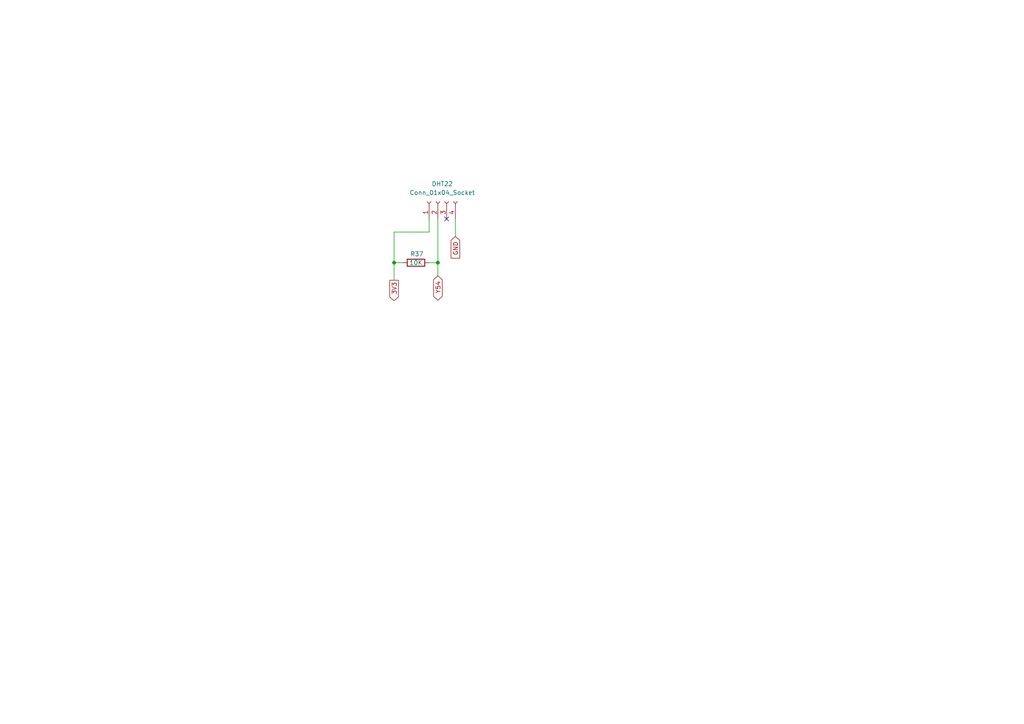
<source format=kicad_sch>
(kicad_sch (version 20231120) (generator "eeschema") (generator_version "8.0")
  (paper "A4")
  (lib_symbols
    (symbol "Connector:Conn_01x04_Socket" (pin_names (offset 1.016) hide)
      (property "Reference" "J" (at 0 5.08 0))
      (property "Value" "Conn_01x04_Socket" (at 0 -7.62 0))
      (symbol "Conn_01x04_Socket_1_1"
        (arc (start 0 -4.572) (mid -0.5058 -5.08) (end 0 -5.588) (stroke (width 0.1524)))
        (arc (start 0 -2.032) (mid -0.5058 -2.54) (end 0 -3.048) (stroke (width 0.1524)))
        (polyline (pts (xy -1.27 -5.08) (xy -0.508 -5.08)) (stroke (width 0.1524)))
        (polyline (pts (xy -1.27 -2.54) (xy -0.508 -2.54)) (stroke (width 0.1524)))
        (polyline (pts (xy -1.27 0) (xy -0.508 0)) (stroke (width 0.1524)))
        (polyline (pts (xy -1.27 2.54) (xy -0.508 2.54)) (stroke (width 0.1524)))
        (arc (start 0 0.508) (mid -0.5058 0) (end 0 -0.508) (stroke (width 0.1524)))
        (arc (start 0 3.048) (mid -0.5058 2.54) (end 0 2.032) (stroke (width 0.1524)))
        (pin passive line (at -5.08 2.54 0) (length 3.81) (name "Pin_1") (number "1"))
        (pin passive line (at -5.08 0 0) (length 3.81) (name "Pin_2") (number "2"))
        (pin passive line (at -5.08 -2.54 0) (length 3.81) (name "Pin_3") (number "3"))
        (pin passive line (at -5.08 -5.08 0) (length 3.81) (name "Pin_4") (number "4"))
      )
    )
    (symbol "Device:R" (pin_numbers hide) (pin_names (offset 0))
      (property "Reference" "R" (at 2.032 0 90))
      (property "Value" "R" (at 0 0 90))
      (symbol "R_0_1"
        (rectangle (start -1.016 -2.54) (end 1.016 2.54) (stroke (width 0.254)))
      )
      (symbol "R_1_1"
        (pin passive line (at 0 3.81 270) (length 1.27) (name "~") (number "1"))
        (pin passive line (at 0 -3.81 90) (length 1.27) (name "~") (number "2"))
      )
    )
  )
  (junction (at 127 76.2))
  (junction (at 114.3 76.2))
  (no_connect (at 129.54 63.5))
  (wire (pts (xy 114.3 76.2) (xy 116.84 76.2)))
  (wire (pts (xy 114.3 76.2) (xy 114.3 81.28)))
  (wire (pts (xy 127 63.5) (xy 127 76.2)))
  (wire (pts (xy 127 76.2) (xy 127 80.01)))
  (wire (pts (xy 124.46 67.31) (xy 124.46 63.5)))
  (wire (pts (xy 114.3 67.31) (xy 114.3 76.2)))
  (wire (pts (xy 124.46 76.2) (xy 127 76.2)))
  (wire (pts (xy 132.08 63.5) (xy 132.08 68.58)))
  (wire (pts (xy 114.3 67.31) (xy 124.46 67.31)))
  (global_label "Y54" (shape bidirectional) (at 127 80.01 270) (property "Intersheetrefs" "${INTERSHEET_REFS}" (effects (hide yes))))
  (global_label "GND" (shape input) (at 132.08 68.58 270) (property "Intersheetrefs" "${INTERSHEET_REFS}" (effects (hide yes))))
  (global_label "3V3" (shape output) (at 114.3 81.28 270) (property "Intersheetrefs" "${INTERSHEET_REFS}" (effects (hide yes))))
  (symbol (lib_id "Connector:Conn_01x04_Socket") (at 127 58.42 90) (unit 1)
    (property "Reference" "DHT22" (at 128.27 53.34 90))
    (property "Value" "Conn_01x04_Socket" (at 128.27 55.88 90))
    (property "Footprint" "Connector_PinSocket_2.54mm:PinSocket_1x04_P2.54mm_Vertical_SMD_Pin1Left" (effects (hide yes)))
    (property "Description" "Generic connector, single row, 01x04, script generated" (effects (hide yes)))
  )
  (symbol (lib_id "Device:R") (at 120.65 76.2 90) (unit 1)
    (property "Reference" "R37" (at 120.904 73.66 90))
    (property "Value" "10K" (at 120.65 76.2 90))
    (property "Footprint" "Resistor_SMD:R_0201_0603Metric" (effects (hide yes)))
    (property "Description" "Resistor" (effects (hide yes)))
  )
)
</source>
